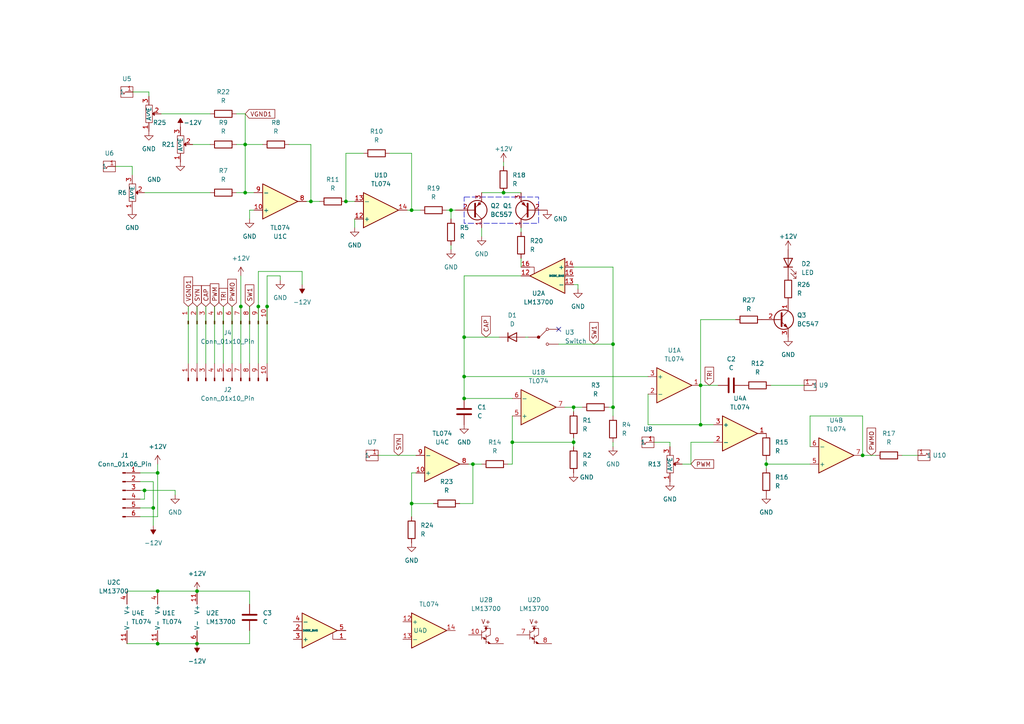
<source format=kicad_sch>
(kicad_sch (version 20231120) (generator "eeschema") (generator_version "8.0")
  (paper "A4")
  (lib_symbols
    (symbol "Amplifier_Operational:LM13700" (pin_names (offset 0.127))
      (property "Reference" "U" (at 3.81 5.08 0))
      (property "Value" "LM13700" (at 5.08 -5.08 0))
      (symbol "LM13700_1_1"
        (polyline (pts (xy 3.81 -0.635) (xy 3.81 -2.54) (xy 5.08 -2.54)))
        (polyline (pts (xy 5.08 0) (xy -5.08 -5.08) (xy -5.08 5.08) (xy 5.08 0)) (stroke (width 0.254)) (fill (type background)))
        (pin output line (at 7.62 0 180) (length 2.54) (name "~") (number "12"))
        (pin input line (at -7.62 2.54 0) (length 2.54) (name "-") (number "13"))
        (pin input line (at -7.62 -2.54 0) (length 2.54) (name "+") (number "14"))
        (pin input line (at -7.62 0 0) (length 2.54) (name "DIODE_BIAS") (number "15"))
        (pin input line (at 7.62 -2.54 180) (length 2.54) (name "~") (number "16"))
      )
      (symbol "LM13700_2_0"
        (polyline (pts (xy -1.905 2.54) (xy -3.175 2.54)))
      )
      (symbol "LM13700_2_1"
        (circle (center -2.54 1.905) (radius 0.254) (stroke (width 0.254)) (fill (type outline)))
        (polyline (pts (xy -3.81 -0.635) (xy -2.54 -1.27)))
        (polyline (pts (xy -3.81 1.27) (xy -3.81 -1.27)))
        (polyline (pts (xy -2.54 -1.905) (xy -1.27 -2.54)))
        (polyline (pts (xy -2.54 0) (xy -2.54 -2.54)))
        (polyline (pts (xy -3.81 0.635) (xy -2.54 1.27) (xy -2.54 1.905) (xy -2.54 2.54)))
        (polyline (pts (xy -2.54 -1.27) (xy -3.175 -0.635) (xy -3.175 -1.27) (xy -2.54 -1.27)) (fill (type outline)))
        (polyline (pts (xy -2.54 -0.635) (xy -1.27 0) (xy -1.27 1.905) (xy -2.54 1.905)))
        (polyline (pts (xy -1.27 -2.54) (xy -1.905 -1.905) (xy -1.905 -2.54) (xy -1.27 -2.54)) (fill (type outline)))
        (text "V+" (at -2.54 3.81 0) (effects (font (size 1.27 1.27))))
        (pin input line (at -7.62 0 0) (length 3.81) (name "~") (number "10"))
        (pin output line (at 2.54 -2.54 180) (length 3.81) (name "~") (number "9"))
      )
      (symbol "LM13700_3_1"
        (polyline (pts (xy 3.81 -0.635) (xy 3.81 -2.54) (xy 5.08 -2.54)))
        (polyline (pts (xy 5.08 0) (xy -5.08 -5.08) (xy -5.08 5.08) (xy 5.08 0)) (stroke (width 0.254)) (fill (type background)))
        (pin input line (at 7.62 -2.54 180) (length 2.54) (name "~") (number "1"))
        (pin input line (at -7.62 0 0) (length 2.54) (name "DIODE_BIAS") (number "2"))
        (pin input line (at -7.62 -2.54 0) (length 2.54) (name "+") (number "3"))
        (pin input line (at -7.62 2.54 0) (length 2.54) (name "-") (number "4"))
        (pin output line (at 7.62 0 180) (length 2.54) (name "~") (number "5"))
      )
      (symbol "LM13700_4_0"
        (polyline (pts (xy -3.175 2.54) (xy -1.905 2.54)))
        (text "V+" (at -2.54 3.81 0) (effects (font (size 1.27 1.27))))
      )
      (symbol "LM13700_4_1"
        (circle (center -2.54 1.905) (radius 0.254) (stroke (width 0.254)) (fill (type outline)))
        (polyline (pts (xy -3.81 -0.635) (xy -2.54 -1.27)))
        (polyline (pts (xy -3.81 1.27) (xy -3.81 -1.27)))
        (polyline (pts (xy -2.54 -1.905) (xy -1.27 -2.54)))
        (polyline (pts (xy -2.54 0) (xy -2.54 -2.54)))
        (polyline (pts (xy -3.81 0.635) (xy -2.54 1.27) (xy -2.54 2.54)))
        (polyline (pts (xy -2.54 -1.27) (xy -3.175 -0.635) (xy -3.175 -1.27) (xy -2.54 -1.27)) (fill (type outline)))
        (polyline (pts (xy -2.54 -0.635) (xy -1.27 0) (xy -1.27 1.905) (xy -2.54 1.905)))
        (polyline (pts (xy -1.27 -2.54) (xy -1.905 -1.905) (xy -1.905 -2.54) (xy -1.27 -2.54)) (fill (type outline)))
        (pin input line (at -7.62 0 0) (length 3.81) (name "~") (number "7"))
        (pin output line (at 2.54 -2.54 180) (length 3.81) (name "~") (number "8"))
      )
      (symbol "LM13700_5_1"
        (pin power_in line (at -2.54 7.62 270) (length 3.81) (name "V+") (number "11"))
        (pin power_in line (at -2.54 -7.62 90) (length 3.81) (name "V-") (number "6"))
      )
    )
    (symbol "Amplifier_Operational:TL074" (pin_names (offset 0.127))
      (property "Reference" "U" (at 0 5.08 0))
      (property "Value" "TL074" (at 0 -5.08 0))
      (symbol "TL074_1_1"
        (polyline (pts (xy -5.08 5.08) (xy 5.08 0) (xy -5.08 -5.08) (xy -5.08 5.08)) (stroke (width 0.254)) (fill (type background)))
        (pin output line (at 7.62 0 180) (length 2.54) (name "~") (number "1"))
        (pin input line (at -7.62 -2.54 0) (length 2.54) (name "-") (number "2"))
        (pin input line (at -7.62 2.54 0) (length 2.54) (name "+") (number "3"))
      )
      (symbol "TL074_2_1"
        (polyline (pts (xy -5.08 5.08) (xy 5.08 0) (xy -5.08 -5.08) (xy -5.08 5.08)) (stroke (width 0.254)) (fill (type background)))
        (pin input line (at -7.62 2.54 0) (length 2.54) (name "+") (number "5"))
        (pin input line (at -7.62 -2.54 0) (length 2.54) (name "-") (number "6"))
        (pin output line (at 7.62 0 180) (length 2.54) (name "~") (number "7"))
      )
      (symbol "TL074_3_1"
        (polyline (pts (xy -5.08 5.08) (xy 5.08 0) (xy -5.08 -5.08) (xy -5.08 5.08)) (stroke (width 0.254)) (fill (type background)))
        (pin input line (at -7.62 2.54 0) (length 2.54) (name "+") (number "10"))
        (pin output line (at 7.62 0 180) (length 2.54) (name "~") (number "8"))
        (pin input line (at -7.62 -2.54 0) (length 2.54) (name "-") (number "9"))
      )
      (symbol "TL074_4_1"
        (polyline (pts (xy -5.08 5.08) (xy 5.08 0) (xy -5.08 -5.08) (xy -5.08 5.08)) (stroke (width 0.254)) (fill (type background)))
        (pin input line (at -7.62 2.54 0) (length 2.54) (name "+") (number "12"))
        (pin input line (at -7.62 -2.54 0) (length 2.54) (name "-") (number "13"))
        (pin output line (at 7.62 0 180) (length 2.54) (name "~") (number "14"))
      )
      (symbol "TL074_5_1"
        (pin power_in line (at -2.54 -7.62 90) (length 3.81) (name "V-") (number "11"))
        (pin power_in line (at -2.54 7.62 270) (length 3.81) (name "V+") (number "4"))
      )
    )
    (symbol "Connector:Conn_01x06_Pin" (pin_names (offset 1.016) hide)
      (property "Reference" "J" (at 0 7.62 0))
      (property "Value" "Conn_01x06_Pin" (at 0 -10.16 0))
      (symbol "Conn_01x06_Pin_1_1"
        (polyline (pts (xy 1.27 -7.62) (xy 0.8636 -7.62)) (stroke (width 0.1524)))
        (polyline (pts (xy 1.27 -5.08) (xy 0.8636 -5.08)) (stroke (width 0.1524)))
        (polyline (pts (xy 1.27 -2.54) (xy 0.8636 -2.54)) (stroke (width 0.1524)))
        (polyline (pts (xy 1.27 0) (xy 0.8636 0)) (stroke (width 0.1524)))
        (polyline (pts (xy 1.27 2.54) (xy 0.8636 2.54)) (stroke (width 0.1524)))
        (polyline (pts (xy 1.27 5.08) (xy 0.8636 5.08)) (stroke (width 0.1524)))
        (rectangle (start 0.8636 -7.493) (end 0 -7.747) (stroke (width 0.1524)) (fill (type outline)))
        (rectangle (start 0.8636 -4.953) (end 0 -5.207) (stroke (width 0.1524)) (fill (type outline)))
        (rectangle (start 0.8636 -2.413) (end 0 -2.667) (stroke (width 0.1524)) (fill (type outline)))
        (rectangle (start 0.8636 0.127) (end 0 -0.127) (stroke (width 0.1524)) (fill (type outline)))
        (rectangle (start 0.8636 2.667) (end 0 2.413) (stroke (width 0.1524)) (fill (type outline)))
        (rectangle (start 0.8636 5.207) (end 0 4.953) (stroke (width 0.1524)) (fill (type outline)))
        (pin passive line (at 5.08 5.08 180) (length 3.81) (name "Pin_1") (number "1"))
        (pin passive line (at 5.08 2.54 180) (length 3.81) (name "Pin_2") (number "2"))
        (pin passive line (at 5.08 0 180) (length 3.81) (name "Pin_3") (number "3"))
        (pin passive line (at 5.08 -2.54 180) (length 3.81) (name "Pin_4") (number "4"))
        (pin passive line (at 5.08 -5.08 180) (length 3.81) (name "Pin_5") (number "5"))
        (pin passive line (at 5.08 -7.62 180) (length 3.81) (name "Pin_6") (number "6"))
      )
    )
    (symbol "Connector:Conn_01x10_Pin" (pin_names (offset 1.016) hide)
      (property "Reference" "J" (at 0 12.7 0))
      (property "Value" "Conn_01x10_Pin" (at 0 -15.24 0))
      (symbol "Conn_01x10_Pin_1_1"
        (polyline (pts (xy 1.27 -12.7) (xy 0.8636 -12.7)) (stroke (width 0.1524)))
        (polyline (pts (xy 1.27 -10.16) (xy 0.8636 -10.16)) (stroke (width 0.1524)))
        (polyline (pts (xy 1.27 -7.62) (xy 0.8636 -7.62)) (stroke (width 0.1524)))
        (polyline (pts (xy 1.27 -5.08) (xy 0.8636 -5.08)) (stroke (width 0.1524)))
        (polyline (pts (xy 1.27 -2.54) (xy 0.8636 -2.54)) (stroke (width 0.1524)))
        (polyline (pts (xy 1.27 0) (xy 0.8636 0)) (stroke (width 0.1524)))
        (polyline (pts (xy 1.27 2.54) (xy 0.8636 2.54)) (stroke (width 0.1524)))
        (polyline (pts (xy 1.27 5.08) (xy 0.8636 5.08)) (stroke (width 0.1524)))
        (polyline (pts (xy 1.27 7.62) (xy 0.8636 7.62)) (stroke (width 0.1524)))
        (polyline (pts (xy 1.27 10.16) (xy 0.8636 10.16)) (stroke (width 0.1524)))
        (rectangle (start 0.8636 -12.573) (end 0 -12.827) (stroke (width 0.1524)) (fill (type outline)))
        (rectangle (start 0.8636 -10.033) (end 0 -10.287) (stroke (width 0.1524)) (fill (type outline)))
        (rectangle (start 0.8636 -7.493) (end 0 -7.747) (stroke (width 0.1524)) (fill (type outline)))
        (rectangle (start 0.8636 -4.953) (end 0 -5.207) (stroke (width 0.1524)) (fill (type outline)))
        (rectangle (start 0.8636 -2.413) (end 0 -2.667) (stroke (width 0.1524)) (fill (type outline)))
        (rectangle (start 0.8636 0.127) (end 0 -0.127) (stroke (width 0.1524)) (fill (type outline)))
        (rectangle (start 0.8636 2.667) (end 0 2.413) (stroke (width 0.1524)) (fill (type outline)))
        (rectangle (start 0.8636 5.207) (end 0 4.953) (stroke (width 0.1524)) (fill (type outline)))
        (rectangle (start 0.8636 7.747) (end 0 7.493) (stroke (width 0.1524)) (fill (type outline)))
        (rectangle (start 0.8636 10.287) (end 0 10.033) (stroke (width 0.1524)) (fill (type outline)))
        (pin passive line (at 5.08 10.16 180) (length 3.81) (name "Pin_1") (number "1"))
        (pin passive line (at 5.08 -12.7 180) (length 3.81) (name "Pin_10") (number "10"))
        (pin passive line (at 5.08 7.62 180) (length 3.81) (name "Pin_2") (number "2"))
        (pin passive line (at 5.08 5.08 180) (length 3.81) (name "Pin_3") (number "3"))
        (pin passive line (at 5.08 2.54 180) (length 3.81) (name "Pin_4") (number "4"))
        (pin passive line (at 5.08 0 180) (length 3.81) (name "Pin_5") (number "5"))
        (pin passive line (at 5.08 -2.54 180) (length 3.81) (name "Pin_6") (number "6"))
        (pin passive line (at 5.08 -5.08 180) (length 3.81) (name "Pin_7") (number "7"))
        (pin passive line (at 5.08 -7.62 180) (length 3.81) (name "Pin_8") (number "8"))
        (pin passive line (at 5.08 -10.16 180) (length 3.81) (name "Pin_9") (number "9"))
      )
    )
    (symbol "Device:C" (pin_numbers hide) (pin_names (offset 0.254))
      (property "Reference" "C" (at 0.635 2.54 0))
      (property "Value" "C" (at 0.635 -2.54 0))
      (symbol "C_0_1"
        (polyline (pts (xy -2.032 -0.762) (xy 2.032 -0.762)) (stroke (width 0.508)))
        (polyline (pts (xy -2.032 0.762) (xy 2.032 0.762)) (stroke (width 0.508)))
      )
      (symbol "C_1_1"
        (pin passive line (at 0 3.81 270) (length 2.794) (name "~") (number "1"))
        (pin passive line (at 0 -3.81 90) (length 2.794) (name "~") (number "2"))
      )
    )
    (symbol "Device:D" (pin_numbers hide) (pin_names (offset 1.016) hide)
      (property "Reference" "D" (at 0 2.54 0))
      (property "Value" "D" (at 0 -2.54 0))
      (symbol "D_0_1"
        (polyline (pts (xy -1.27 1.27) (xy -1.27 -1.27)) (stroke (width 0.254)))
        (polyline (pts (xy 1.27 0) (xy -1.27 0)))
        (polyline (pts (xy 1.27 1.27) (xy 1.27 -1.27) (xy -1.27 0) (xy 1.27 1.27)) (stroke (width 0.254)))
      )
      (symbol "D_1_1"
        (pin passive line (at -3.81 0 0) (length 2.54) (name "K") (number "1"))
        (pin passive line (at 3.81 0 180) (length 2.54) (name "A") (number "2"))
      )
    )
    (symbol "Device:LED" (pin_numbers hide) (pin_names (offset 1.016) hide)
      (property "Reference" "D" (at 0 2.54 0))
      (property "Value" "LED" (at 0 -2.54 0))
      (symbol "LED_0_1"
        (polyline (pts (xy -1.27 -1.27) (xy -1.27 1.27)) (stroke (width 0.254)))
        (polyline (pts (xy -1.27 0) (xy 1.27 0)))
        (polyline (pts (xy 1.27 -1.27) (xy 1.27 1.27) (xy -1.27 0) (xy 1.27 -1.27)) (stroke (width 0.254)))
        (polyline (pts (xy -3.048 -0.762) (xy -4.572 -2.286) (xy -3.81 -2.286) (xy -4.572 -2.286) (xy -4.572 -1.524)))
        (polyline (pts (xy -1.778 -0.762) (xy -3.302 -2.286) (xy -2.54 -2.286) (xy -3.302 -2.286) (xy -3.302 -1.524)))
      )
      (symbol "LED_1_1"
        (pin passive line (at -3.81 0 0) (length 2.54) (name "K") (number "1"))
        (pin passive line (at 3.81 0 180) (length 2.54) (name "A") (number "2"))
      )
    )
    (symbol "Device:R" (pin_numbers hide) (pin_names (offset 0))
      (property "Reference" "R" (at 2.032 0 90))
      (property "Value" "R" (at 0 0 90))
      (symbol "R_0_1"
        (rectangle (start -1.016 -2.54) (end 1.016 2.54) (stroke (width 0.254)))
      )
      (symbol "R_1_1"
        (pin passive line (at 0 3.81 270) (length 1.27) (name "~") (number "1"))
        (pin passive line (at 0 -3.81 90) (length 1.27) (name "~") (number "2"))
      )
    )
    (symbol "HEJ:AlpsPot"
      (property "Reference" "R" (at -6.35 2.54 0))
      (symbol "AlpsPot_0_1"
        (rectangle (start -4.445 3.81) (end -2.54 -1.27))
        (polyline (pts (xy -2.54 1.27) (xy -1.9454 1.8617) (xy -1.9454 0.7452) (xy -2.54 1.27) (xy -2.0208 0.9713) (xy -2.0543 1.6216) (xy -2.3418 1.2923) (xy -2.1548 1.1611) (xy -2.1548 1.3844) (xy -2.54 1.27)))
      )
      (symbol "AlpsPot_1_1"
        (pin passive line (at -3.556 -3.81 90) (length 2.54) (name "A") (number "1"))
        (pin passive line (at 0 1.27 180) (length 2.54) (name "S") (number "2"))
        (pin passive line (at -3.556 6.35 270) (length 2.54) (name "E") (number "3"))
        (pin no_connect line (at -11.684 0 270) (length 2.54) hide (name "NC") (number "4"))
        (pin no_connect line (at -13.716 0 270) (length 2.54) hide (name "NC") (number "5"))
        (pin no_connect line (at -16.002 0 270) (length 2.54) hide (name "NC") (number "6"))
      )
    )
    (symbol "HEJ:Aux_flush"
      (property "Reference" "U" (at -0.0508 5.3848 0))
      (symbol "Aux_flush_0_1"
        (rectangle (start -1.778 1.524) (end 1.7272 -1.5748))
        (polyline (pts (xy -1.2192 0.0508) (xy -0.8636 -0.6604) (xy -0.5588 0) (xy 1.6764 0)))
      )
      (symbol "Aux_flush_1_1"
        (pin bidirectional line (at 1.7272 0 180) (length 2) (name "1") (number "1"))
      )
    )
    (symbol "HEJ:Switch"
      (property "Reference" "U" (at 0 4.318 0))
      (property "Value" "Switch" (at 0 -6.096 0))
      (symbol "Switch_0_1"
        (polyline (pts (xy 0 0) (xy -3.048 0)))
        (polyline (pts (xy 0.254 0) (xy 2.286 2.032)))
        (polyline (pts (xy 3.048 -2.032) (xy 5.842 -2.032)))
        (polyline (pts (xy 3.048 2.286) (xy 5.842 2.286)))
        (circle (center 0 0) (radius 0.3965) (fill (type outline)))
        (circle (center 2.54 -2.032) (radius 0.3592))
        (circle (center 2.54 2.286) (radius 0.3592))
      )
      (symbol "Switch_1_1"
        (pin input line (at 5.842 2.286 180) (length 2.54) hide (name "1") (number "1"))
        (pin input line (at -3.048 0 0) (length 2.54) hide (name "2") (number "2"))
        (pin input line (at 5.842 -2.032 180) (length 2.54) hide (name "3") (number "3"))
      )
    )
    (symbol "Transistor_BJT:BC547" (pin_names (offset 0) hide)
      (property "Reference" "Q" (at 5.08 1.905 0))
      (property "Value" "BC547" (at 5.08 0 0))
      (symbol "BC547_0_1"
        (polyline (pts (xy 0 0) (xy 0.635 0)))
        (polyline (pts (xy 0.635 0.635) (xy 2.54 2.54)))
        (polyline (pts (xy 0.635 -0.635) (xy 2.54 -2.54) (xy 2.54 -2.54)))
        (polyline (pts (xy 0.635 1.905) (xy 0.635 -1.905) (xy 0.635 -1.905)) (stroke (width 0.508)))
        (polyline (pts (xy 1.27 -1.778) (xy 1.778 -1.27) (xy 2.286 -2.286) (xy 1.27 -1.778) (xy 1.27 -1.778)) (fill (type outline)))
        (circle (center 1.27 0) (radius 2.8194) (stroke (width 0.254)))
      )
      (symbol "BC547_1_1"
        (pin passive line (at 2.54 5.08 270) (length 2.54) (name "C") (number "1"))
        (pin input line (at -5.08 0 0) (length 5.08) (name "B") (number "2"))
        (pin passive line (at 2.54 -5.08 90) (length 2.54) (name "E") (number "3"))
      )
    )
    (symbol "Transistor_BJT:BC557" (pin_names (offset 0) hide)
      (property "Reference" "Q" (at 5.08 1.905 0))
      (property "Value" "BC557" (at 5.08 0 0))
      (symbol "BC557_0_1"
        (polyline (pts (xy 0.635 0.635) (xy 2.54 2.54)))
        (polyline (pts (xy 0.635 -0.635) (xy 2.54 -2.54) (xy 2.54 -2.54)))
        (polyline (pts (xy 0.635 1.905) (xy 0.635 -1.905) (xy 0.635 -1.905)) (stroke (width 0.508)))
        (polyline (pts (xy 2.286 -1.778) (xy 1.778 -2.286) (xy 1.27 -1.27) (xy 2.286 -1.778) (xy 2.286 -1.778)) (fill (type outline)))
        (circle (center 1.27 0) (radius 2.8194) (stroke (width 0.254)))
      )
      (symbol "BC557_1_1"
        (pin passive line (at 2.54 5.08 270) (length 2.54) (name "C") (number "1"))
        (pin input line (at -5.08 0 0) (length 5.715) (name "B") (number "2"))
        (pin passive line (at 2.54 -5.08 90) (length 2.54) (name "E") (number "3"))
      )
    )
    (symbol "power:+12V" (power) (pin_names (offset 0))
      (property "Value" "+12V" (at 0 3.556 0))
      (symbol "+12V_0_1"
        (polyline (pts (xy -0.762 1.27) (xy 0 2.54)))
        (polyline (pts (xy 0 0) (xy 0 2.54)))
        (polyline (pts (xy 0 2.54) (xy 0.762 1.27)))
      )
      (symbol "+12V_1_1"
        (pin power_in line (at 0 0 90) (length 0) hide (name "+12V") (number "1"))
      )
    )
    (symbol "power:-12V" (power) (pin_names (offset 0))
      (property "Value" "-12V" (at 0 3.81 0))
      (symbol "-12V_0_0"
        (pin power_in line (at 0 0 90) (length 0) hide (name "-12V") (number "1"))
      )
      (symbol "-12V_0_1"
        (polyline (pts (xy 0 0) (xy 0 1.27) (xy 0.762 1.27) (xy 0 2.54) (xy -0.762 1.27) (xy 0 1.27)) (fill (type outline)))
      )
    )
    (symbol "power:GND" (power) (pin_names (offset 0))
      (property "Value" "GND" (at 0 -3.81 0))
      (symbol "GND_0_1"
        (polyline (pts (xy 0 0) (xy 0 -1.27) (xy 1.27 -1.27) (xy 0 -2.54) (xy -1.27 -1.27) (xy 0 -1.27)))
      )
      (symbol "GND_1_1"
        (pin power_in line (at 0 0 270) (length 0) hide (name "GND") (number "1"))
      )
    )
  )
  (junction (at 57.15 171.45))
  (junction (at 134.62 115.57))
  (junction (at 100.33 58.42))
  (junction (at 77.47 88.9))
  (junction (at 90.17 58.42))
  (junction (at 71.12 41.91))
  (junction (at 203.2 123.19))
  (junction (at 119.38 60.96))
  (junction (at 166.37 128.27))
  (junction (at 222.25 134.62))
  (junction (at 130.81 60.96))
  (junction (at 41.91 142.24))
  (junction (at 203.2 111.76))
  (junction (at 148.59 128.27))
  (junction (at 134.62 97.79))
  (junction (at 134.62 109.22))
  (junction (at 45.72 137.16))
  (junction (at 71.12 55.88))
  (junction (at 166.37 118.11))
  (junction (at 69.85 88.9))
  (junction (at 137.16 134.62))
  (junction (at 74.93 88.9))
  (junction (at 177.8 118.11))
  (junction (at 250.19 132.08))
  (junction (at 45.72 171.45))
  (junction (at 57.15 186.69))
  (junction (at 45.72 186.69))
  (junction (at 119.38 146.05))
  (junction (at 44.45 147.32))
  (junction (at 146.05 55.88))
  (junction (at 177.8 99.822))
  (no_connect (at 162.052 95.504))
  (wire (pts (xy 72.39 60.96) (xy 73.66 60.96)))
  (wire (pts (xy 166.37 127) (xy 166.37 128.27)))
  (wire (pts (xy 33.4772 48.26) (xy 38.354 48.26)))
  (wire (pts (xy 40.64 149.86) (xy 45.72 149.86)))
  (wire (pts (xy 59.69 88.9) (xy 59.69 105.41)))
  (wire (pts (xy 87.63 82.55) (xy 87.63 78.74)))
  (wire (pts (xy 133.35 146.05) (xy 137.16 146.05)))
  (wire (pts (xy 177.8 77.47) (xy 177.8 99.822)))
  (wire (pts (xy 152.4 97.79) (xy 153.162 97.79)))
  (wire (pts (xy 119.38 149.86) (xy 119.38 146.05)))
  (wire (pts (xy 151.13 80.01) (xy 134.62 80.01)))
  (wire (pts (xy 151.13 67.31) (xy 151.13 66.04)))
  (wire (pts (xy 135.89 134.62) (xy 137.16 134.62)))
  (wire (pts (xy 137.16 146.05) (xy 137.16 134.62)))
  (wire (pts (xy 43.18 27.94) (xy 43.18 26.67)))
  (wire (pts (xy 109.6772 132.08) (xy 120.65 132.08)))
  (wire (pts (xy 54.61 88.9) (xy 54.61 105.41)))
  (wire (pts (xy 44.45 139.7) (xy 44.45 147.32)))
  (wire (pts (xy 177.8 77.47) (xy 166.37 77.47)))
  (wire (pts (xy 41.91 55.88) (xy 60.96 55.88)))
  (wire (pts (xy 41.91 142.24) (xy 40.64 142.24)))
  (wire (pts (xy 147.32 134.62) (xy 148.59 134.62)))
  (wire (pts (xy 41.91 144.78) (xy 41.91 142.24)))
  (wire (pts (xy 148.59 128.27) (xy 148.59 120.65)))
  (wire (pts (xy 46.736 33.02) (xy 60.96 33.02)))
  (wire (pts (xy 167.64 83.82) (xy 167.64 82.55)))
  (wire (pts (xy 72.39 182.88) (xy 72.39 186.69)))
  (wire (pts (xy 72.39 171.45) (xy 72.39 175.26)))
  (wire (pts (xy 177.8 118.11) (xy 177.8 120.65)))
  (wire (pts (xy 57.15 171.45) (xy 72.39 171.45)))
  (wire (pts (xy 57.15 88.9) (xy 57.15 105.41)))
  (wire (pts (xy 203.2 111.76) (xy 203.2 92.71)))
  (wire (pts (xy 200.406 128.27) (xy 207.01 128.27)))
  (wire (pts (xy 45.72 134.62) (xy 45.72 137.16)))
  (wire (pts (xy 139.7 68.58) (xy 139.7 66.04)))
  (wire (pts (xy 223.52 111.76) (xy 233.2228 111.76)))
  (wire (pts (xy 45.72 149.86) (xy 45.72 137.16)))
  (wire (pts (xy 45.72 186.69) (xy 57.15 186.69)))
  (wire (pts (xy 72.39 63.5) (xy 72.39 60.96)))
  (wire (pts (xy 41.91 142.24) (xy 50.8 142.24)))
  (wire (pts (xy 72.39 88.9) (xy 72.39 105.41)))
  (wire (pts (xy 68.58 41.91) (xy 71.12 41.91)))
  (wire (pts (xy 55.88 41.91) (xy 60.96 41.91)))
  (wire (pts (xy 200.406 134.62) (xy 200.406 128.27)))
  (wire (pts (xy 166.37 118.11) (xy 166.37 119.38)))
  (wire (pts (xy 166.37 128.27) (xy 148.59 128.27)))
  (wire (pts (xy 57.15 171.45) (xy 45.72 171.45)))
  (wire (pts (xy 162.052 99.822) (xy 177.8 99.822)))
  (wire (pts (xy 130.81 60.96) (xy 132.08 60.96)))
  (wire (pts (xy 71.12 33.02) (xy 71.12 41.91)))
  (wire (pts (xy 146.05 46.99) (xy 146.05 48.26)))
  (wire (pts (xy 222.25 133.35) (xy 222.25 134.62)))
  (wire (pts (xy 71.12 55.88) (xy 73.66 55.88)))
  (wire (pts (xy 134.62 115.57) (xy 148.59 115.57)))
  (wire (pts (xy 234.95 120.65) (xy 250.19 120.65)))
  (wire (pts (xy 77.47 88.9) (xy 77.47 105.41)))
  (wire (pts (xy 44.45 147.32) (xy 44.45 152.4)))
  (wire (pts (xy 187.96 123.19) (xy 203.2 123.19)))
  (wire (pts (xy 71.12 41.91) (xy 76.2 41.91)))
  (wire (pts (xy 68.58 33.02) (xy 71.12 33.02)))
  (wire (pts (xy 83.82 41.91) (xy 90.17 41.91)))
  (wire (pts (xy 71.12 55.88) (xy 71.12 41.91)))
  (wire (pts (xy 67.31 88.9) (xy 67.31 105.41)))
  (wire (pts (xy 254 132.08) (xy 250.19 132.08)))
  (wire (pts (xy 68.58 55.88) (xy 71.12 55.88)))
  (wire (pts (xy 134.62 80.01) (xy 134.62 97.79)))
  (wire (pts (xy 167.64 82.55) (xy 166.37 82.55)))
  (wire (pts (xy 194.31 129.54) (xy 194.31 128.27)))
  (wire (pts (xy 113.03 44.45) (xy 119.38 44.45)))
  (wire (pts (xy 177.8 99.822) (xy 177.8 118.11)))
  (wire (pts (xy 43.18 26.67) (xy 38.5572 26.67)))
  (wire (pts (xy 64.77 88.9) (xy 64.77 105.41)))
  (wire (pts (xy 100.33 44.45) (xy 105.41 44.45)))
  (wire (pts (xy 203.2 123.19) (xy 203.2 111.76)))
  (wire (pts (xy 45.72 171.45) (xy 36.83 171.45)))
  (wire (pts (xy 166.37 118.11) (xy 168.91 118.11)))
  (wire (pts (xy 148.59 134.62) (xy 148.59 128.27)))
  (wire (pts (xy 50.8 142.24) (xy 50.8 143.51)))
  (wire (pts (xy 134.62 97.79) (xy 134.62 109.22)))
  (wire (pts (xy 100.33 58.42) (xy 102.87 58.42)))
  (wire (pts (xy 69.85 80.01) (xy 69.85 88.9)))
  (wire (pts (xy 177.8 118.11) (xy 176.53 118.11)))
  (wire (pts (xy 102.87 66.04) (xy 102.87 63.5)))
  (wire (pts (xy 250.19 120.65) (xy 250.19 132.08)))
  (wire (pts (xy 119.38 146.05) (xy 125.73 146.05)))
  (wire (pts (xy 40.64 144.78) (xy 41.91 144.78)))
  (wire (pts (xy 203.2 111.76) (xy 208.28 111.76)))
  (wire (pts (xy 92.71 58.42) (xy 90.17 58.42)))
  (wire (pts (xy 77.47 80.01) (xy 77.47 88.9)))
  (wire (pts (xy 134.62 109.22) (xy 134.62 115.57)))
  (wire (pts (xy 163.83 118.11) (xy 166.37 118.11)))
  (wire (pts (xy 36.83 186.69) (xy 45.72 186.69)))
  (wire (pts (xy 72.39 186.69) (xy 57.15 186.69)))
  (wire (pts (xy 177.8 128.27) (xy 177.8 129.54)))
  (wire (pts (xy 90.17 41.91) (xy 90.17 58.42)))
  (wire (pts (xy 100.33 58.42) (xy 100.33 44.45)))
  (wire (pts (xy 137.16 134.62) (xy 139.7 134.62)))
  (wire (pts (xy 119.38 44.45) (xy 119.38 60.96)))
  (wire (pts (xy 146.05 55.88) (xy 151.13 55.88)))
  (wire (pts (xy 130.81 60.96) (xy 129.54 60.96)))
  (wire (pts (xy 222.25 134.62) (xy 222.25 135.89)))
  (wire (pts (xy 77.47 80.01) (xy 81.28 80.01)))
  (wire (pts (xy 130.81 71.12) (xy 130.81 72.39)))
  (wire (pts (xy 69.85 88.9) (xy 69.85 105.41)))
  (wire (pts (xy 44.45 147.32) (xy 40.64 147.32)))
  (wire (pts (xy 119.38 146.05) (xy 119.38 137.16)))
  (wire (pts (xy 197.866 134.62) (xy 200.406 134.62)))
  (wire (pts (xy 234.95 129.54) (xy 234.95 120.65)))
  (wire (pts (xy 40.64 139.7) (xy 44.45 139.7)))
  (wire (pts (xy 38.354 48.26) (xy 38.354 50.8)))
  (wire (pts (xy 119.38 60.96) (xy 121.92 60.96)))
  (wire (pts (xy 74.93 78.74) (xy 74.93 88.9)))
  (wire (pts (xy 194.31 128.27) (xy 189.6872 128.27)))
  (wire (pts (xy 45.72 137.16) (xy 40.64 137.16)))
  (wire (pts (xy 90.17 58.42) (xy 88.9 58.42)))
  (wire (pts (xy 187.96 114.3) (xy 187.96 123.19)))
  (wire (pts (xy 261.62 132.08) (xy 266.2428 132.08)))
  (wire (pts (xy 151.13 74.93) (xy 151.13 77.47)))
  (wire (pts (xy 118.11 60.96) (xy 119.38 60.96)))
  (wire (pts (xy 203.2 123.19) (xy 207.01 123.19)))
  (wire (pts (xy 144.78 97.79) (xy 134.62 97.79)))
  (wire (pts (xy 139.7 55.88) (xy 146.05 55.88)))
  (wire (pts (xy 119.38 137.16) (xy 120.65 137.16)))
  (wire (pts (xy 134.62 109.22) (xy 187.96 109.22)))
  (wire (pts (xy 203.2 92.71) (xy 213.36 92.71)))
  (wire (pts (xy 87.63 78.74) (xy 74.93 78.74)))
  (wire (pts (xy 166.37 128.27) (xy 166.37 129.54)))
  (wire (pts (xy 222.25 134.62) (xy 234.95 134.62)))
  (wire (pts (xy 62.23 88.9) (xy 62.23 105.41)))
  (wire (pts (xy 130.81 60.96) (xy 130.81 63.5)))
  (wire (pts (xy 74.93 88.9) (xy 74.93 105.41)))
  (wire (pts (xy 81.28 80.01) (xy 81.28 81.28)))
  (rectangle (start 134.62 57.15) (end 156.21 64.77) (stroke (width 0) (type dash)))
  (global_label "CAP" (shape input) (at 59.69 88.9 90) (property "Intersheetrefs" "${INTERSHEET_REFS}" (effects (hide yes))))
  (global_label "CAP" (shape input) (at 140.97 97.79 90) (property "Intersheetrefs" "${INTERSHEET_REFS}" (effects (hide yes))))
  (global_label "TRI" (shape input) (at 64.77 88.9 90) (property "Intersheetrefs" "${INTERSHEET_REFS}" (effects (hide yes))))
  (global_label "PWM" (shape input) (at 62.23 88.9 90) (property "Intersheetrefs" "${INTERSHEET_REFS}" (effects (hide yes))))
  (global_label "SW1" (shape input) (at 72.39 88.9 90) (property "Intersheetrefs" "${INTERSHEET_REFS}" (effects (hide yes))))
  (global_label "VGND1" (shape input) (at 54.61 88.9 90) (property "Intersheetrefs" "${INTERSHEET_REFS}" (effects (hide yes))))
  (global_label "PWM" (shape input) (at 200.406 134.5956 0) (property "Intersheetrefs" "${INTERSHEET_REFS}" (effects (hide yes))))
  (global_label "SW1" (shape input) (at 172.2696 99.822 90) (property "Intersheetrefs" "${INTERSHEET_REFS}" (effects (hide yes))))
  (global_label "VGND1" (shape input) (at 71.12 33.02 0) (property "Intersheetrefs" "${INTERSHEET_REFS}" (effects (hide yes))))
  (global_label "PWMO" (shape input) (at 252.73 132.08 90) (property "Intersheetrefs" "${INTERSHEET_REFS}" (effects (hide yes))))
  (global_label "PWMO" (shape input) (at 67.31 88.9 90) (property "Intersheetrefs" "${INTERSHEET_REFS}" (effects (hide yes))))
  (global_label "SYN" (shape input) (at 57.15 88.9 90) (property "Intersheetrefs" "${INTERSHEET_REFS}" (effects (hide yes))))
  (global_label "TRI" (shape input) (at 205.74 111.76 90) (property "Intersheetrefs" "${INTERSHEET_REFS}" (effects (hide yes))))
  (global_label "SYN" (shape input) (at 115.57 132.08 90) (property "Intersheetrefs" "${INTERSHEET_REFS}" (effects (hide yes))))
  (symbol (lib_id "Device:R") (at 151.13 71.12 0) (unit 1)
    (property "Reference" "R20" (at 153.67 69.85 0) (effects (justify left)))
    (property "Value" "R" (at 153.67 72.39 0) (effects (justify left)))
    (property "Footprint" "Resistor_THT:R_Axial_DIN0207_L6.3mm_D2.5mm_P10.16mm_Horizontal" (effects (hide yes)))
  )
  (symbol (lib_id "Amplifier_Operational:TL074") (at 81.28 58.42 0) (mirror x) (unit 3)
    (property "Reference" "U1" (at 81.28 68.58 0))
    (property "Value" "TL074" (at 81.28 66.04 0))
    (property "Footprint" "Package_DIP:DIP-14_W7.62mm_Socket" (effects (hide yes)))
    (property "Datasheet" "http://www.ti.com/lit/ds/symlink/tl071.pdf" (effects (hide yes)))
  )
  (symbol (lib_id "Device:R") (at 177.8 124.46 180) (unit 1)
    (property "Reference" "R4" (at 180.34 123.19 0) (effects (justify right)))
    (property "Value" "R" (at 180.34 125.73 0) (effects (justify right)))
    (property "Footprint" "Resistor_THT:R_Axial_DIN0207_L6.3mm_D2.5mm_P10.16mm_Horizontal" (effects (hide yes)))
  )
  (symbol (lib_id "power:GND") (at 194.31 139.7 0) (unit 1)
    (property "Reference" "#PWR012" (effects (hide yes)))
    (property "Value" "GND" (at 194.31 144.78 0))
  )
  (symbol (lib_id "Amplifier_Operational:LM13700") (at 143.51 184.15 0) (unit 2)
    (property "Reference" "U2" (at 140.97 173.99 0))
    (property "Value" "LM13700" (at 140.97 176.53 0))
    (property "Footprint" "Package_DIP:DIP-16_W7.62mm_Socket" (effects (hide yes)))
    (property "Datasheet" "http://www.ti.com/lit/ds/symlink/lm13700.pdf" (effects (hide yes)))
  )
  (symbol (lib_id "power:GND") (at 43.18 38.1 0) (unit 1)
    (property "Reference" "#PWR025" (effects (hide yes)))
    (property "Value" "GND" (at 43.18 43.18 0))
  )
  (symbol (lib_id "Amplifier_Operational:TL074") (at 242.57 132.08 0) (mirror x) (unit 2)
    (property "Reference" "U4" (at 242.57 121.92 0))
    (property "Value" "TL074" (at 242.57 124.46 0))
    (property "Footprint" "Package_DIP:DIP-14_W7.62mm_Socket" (effects (hide yes)))
    (property "Datasheet" "http://www.ti.com/lit/ds/symlink/tl071.pdf" (effects (hide yes)))
  )
  (symbol (lib_id "Device:R") (at 219.71 111.76 270) (unit 1)
    (property "Reference" "R12" (at 219.71 105.41 90))
    (property "Value" "R" (at 219.71 107.95 90))
    (property "Footprint" "Resistor_THT:R_Axial_DIN0207_L6.3mm_D2.5mm_P10.16mm_Horizontal" (effects (hide yes)))
  )
  (symbol (lib_id "Device:R") (at 64.77 55.88 270) (unit 1)
    (property "Reference" "R7" (at 64.77 49.53 90))
    (property "Value" "R" (at 64.77 52.07 90))
    (property "Footprint" "Resistor_THT:R_Axial_DIN0207_L6.3mm_D2.5mm_P10.16mm_Horizontal" (effects (hide yes)))
  )
  (symbol (lib_id "power:GND") (at 119.38 157.48 0) (unit 1)
    (property "Reference" "#PWR013" (effects (hide yes)))
    (property "Value" "GND" (at 119.38 162.56 0))
  )
  (symbol (lib_id "Connector:Conn_01x10_Pin") (at 64.77 110.49 90) (unit 1)
    (property "Reference" "J2" (at 66.04 113.03 90))
    (property "Value" "Conn_01x10_Pin" (at 66.04 115.57 90))
    (property "Footprint" "Connector_PinHeader_2.54mm:PinHeader_1x10_P2.54mm_Vertical" (effects (hide yes)))
  )
  (symbol (lib_id "HEJ:Aux_flush") (at 187.96 128.27 0) (unit 1)
    (property "Reference" "U8" (at 187.9346 124.46 0))
    (property "Value" "Aux_flush" (effects (hide yes)))
    (property "Footprint" "Library:3mm5 Mono Aux" (effects (hide yes)))
  )
  (symbol (lib_id "Amplifier_Operational:TL074") (at 195.58 111.76 0) (unit 1)
    (property "Reference" "U1" (at 195.58 101.6 0))
    (property "Value" "TL074" (at 195.58 104.14 0))
    (property "Footprint" "Package_DIP:DIP-14_W7.62mm_Socket" (effects (hide yes)))
    (property "Datasheet" "http://www.ti.com/lit/ds/symlink/tl071.pdf" (effects (hide yes)))
  )
  (symbol (lib_id "power:GND") (at 72.39 63.5 0) (unit 1)
    (property "Reference" "#PWR010" (effects (hide yes)))
    (property "Value" "GND" (at 72.39 68.58 0))
  )
  (symbol (lib_id "power:-12V") (at 44.45 152.4 180) (unit 1)
    (property "Reference" "#PWR03" (effects (hide yes)))
    (property "Value" "-12V" (at 44.45 157.48 0))
  )
  (symbol (lib_id "Device:R") (at 166.37 123.19 180) (unit 1)
    (property "Reference" "R1" (at 168.91 121.92 0) (effects (justify right)))
    (property "Value" "R" (at 168.91 124.46 0) (effects (justify right)))
    (property "Footprint" "Resistor_THT:R_Axial_DIN0207_L6.3mm_D2.5mm_P10.16mm_Horizontal" (effects (hide yes)))
  )
  (symbol (lib_id "Amplifier_Operational:TL074") (at 124.46 182.88 0) (unit 4)
    (property "Reference" "U4" (at 121.92 182.88 0))
    (property "Value" "TL074" (at 124.46 175.26 0))
    (property "Footprint" "Package_DIP:DIP-14_W7.62mm_Socket" (effects (hide yes)))
    (property "Datasheet" "http://www.ti.com/lit/ds/symlink/tl071.pdf" (effects (hide yes)))
  )
  (symbol (lib_id "power:+12V") (at 228.6 72.39 0) (unit 1)
    (property "Reference" "#PWR027" (effects (hide yes)))
    (property "Value" "+12V" (at 228.6 68.58 0))
  )
  (symbol (lib_id "power:GND") (at 222.25 143.51 0) (unit 1)
    (property "Reference" "#PWR014" (effects (hide yes)))
    (property "Value" "GND" (at 222.25 148.59 0))
  )
  (symbol (lib_id "HEJ:AlpsPot") (at 41.91 57.15 0) (unit 1)
    (property "Reference" "R6" (at 36.83 55.88 0) (effects (justify right)))
    (property "Value" "AlpsPot" (effects (hide yes)))
    (property "Footprint" "Library:AlpsPot" (effects (hide yes)))
  )
  (symbol (lib_id "Device:R") (at 125.73 60.96 270) (unit 1)
    (property "Reference" "R19" (at 125.73 54.61 90))
    (property "Value" "R" (at 125.73 57.15 90))
    (property "Footprint" "Resistor_THT:R_Axial_DIN0207_L6.3mm_D2.5mm_P10.16mm_Horizontal" (effects (hide yes)))
  )
  (symbol (lib_id "Amplifier_Operational:LM13700") (at 59.69 179.07 0) (unit 5)
    (property "Reference" "U2" (at 59.69 177.8 0) (effects (justify left)))
    (property "Value" "LM13700" (at 59.69 180.34 0) (effects (justify left)))
    (property "Footprint" "Package_DIP:DIP-16_W7.62mm_Socket" (effects (hide yes)))
    (property "Datasheet" "http://www.ti.com/lit/ds/symlink/lm13700.pdf" (effects (hide yes)))
  )
  (symbol (lib_id "power:-12V") (at 87.63 82.55 180) (unit 1)
    (property "Reference" "#PWR023" (effects (hide yes)))
    (property "Value" "-12V" (at 87.63 87.63 0))
  )
  (symbol (lib_id "Connector:Conn_01x10_Pin") (at 64.77 93.98 90) (unit 1)
    (property "Reference" "J4" (at 66.04 96.52 90))
    (property "Value" "Conn_01x10_Pin" (at 66.04 99.06 90))
    (property "Footprint" "Connector_PinHeader_2.54mm:PinHeader_1x10_P2.54mm_Vertical" (effects (hide yes)))
  )
  (symbol (lib_id "Device:R") (at 129.54 146.05 270) (unit 1)
    (property "Reference" "R23" (at 129.54 139.7 90))
    (property "Value" "R" (at 129.54 142.24 90))
    (property "Footprint" "Resistor_THT:R_Axial_DIN0207_L6.3mm_D2.5mm_P10.16mm_Horizontal" (effects (hide yes)))
  )
  (symbol (lib_id "power:GND") (at 50.8 143.51 0) (unit 1)
    (property "Reference" "#PWR021" (effects (hide yes)))
    (property "Value" "GND" (at 50.8 148.59 0))
  )
  (symbol (lib_id "Device:R") (at 80.01 41.91 270) (unit 1)
    (property "Reference" "R8" (at 80.01 35.56 90))
    (property "Value" "R" (at 80.01 38.1 90))
    (property "Footprint" "Resistor_THT:R_Axial_DIN0207_L6.3mm_D2.5mm_P10.16mm_Horizontal" (effects (hide yes)))
  )
  (symbol (lib_id "Device:R") (at 64.77 33.02 270) (unit 1)
    (property "Reference" "R22" (at 64.77 26.67 90))
    (property "Value" "R" (at 64.77 29.21 90))
    (property "Footprint" "Resistor_THT:R_Axial_DIN0207_L6.3mm_D2.5mm_P10.16mm_Horizontal" (effects (hide yes)))
  )
  (symbol (lib_id "Device:R") (at 257.81 132.08 270) (unit 1)
    (property "Reference" "R17" (at 257.81 125.73 90))
    (property "Value" "R" (at 257.81 128.27 90))
    (property "Footprint" "Resistor_THT:R_Axial_DIN0207_L6.3mm_D2.5mm_P10.16mm_Horizontal" (effects (hide yes)))
  )
  (symbol (lib_id "Device:R") (at 228.6 83.82 180) (unit 1)
    (property "Reference" "R26" (at 231.14 82.55 0) (effects (justify right)))
    (property "Value" "R" (at 231.14 85.09 0) (effects (justify right)))
    (property "Footprint" "Resistor_THT:R_Axial_DIN0207_L6.3mm_D2.5mm_P10.16mm_Horizontal" (effects (hide yes)))
  )
  (symbol (lib_id "power:+12V") (at 69.85 80.01 0) (unit 1)
    (property "Reference" "#PWR022" (effects (hide yes)))
    (property "Value" "+12V" (at 69.85 74.93 0))
  )
  (symbol (lib_id "power:GND") (at 38.354 60.96 0) (unit 1)
    (property "Reference" "#PWR09" (effects (hide yes)))
    (property "Value" "GND" (at 38.354 66.04 0))
  )
  (symbol (lib_id "power:GND") (at 166.37 137.16 0) (unit 1)
    (property "Reference" "#PWR06" (effects (hide yes)))
    (property "Value" "GND" (at 170.18 138.43 0))
  )
  (symbol (lib_id "HEJ:Aux_flush") (at 36.83 26.67 0) (unit 1)
    (property "Reference" "U5" (at 36.8046 22.86 0))
    (property "Value" "Aux_flush" (effects (hide yes)))
    (property "Footprint" "Library:3mm5 Mono Aux" (effects (hide yes)))
  )
  (symbol (lib_id "Device:R") (at 166.37 133.35 180) (unit 1)
    (property "Reference" "R2" (at 168.91 132.08 0) (effects (justify right)))
    (property "Value" "R" (at 168.91 134.62 0) (effects (justify right)))
    (property "Footprint" "Resistor_THT:R_Axial_DIN0207_L6.3mm_D2.5mm_P10.16mm_Horizontal" (effects (hide yes)))
  )
  (symbol (lib_id "Amplifier_Operational:TL074") (at 156.21 118.11 0) (mirror x) (unit 2)
    (property "Reference" "U1" (at 156.21 107.95 0))
    (property "Value" "TL074" (at 156.21 110.49 0))
    (property "Footprint" "Package_DIP:DIP-14_W7.62mm_Socket" (effects (hide yes)))
    (property "Datasheet" "http://www.ti.com/lit/ds/symlink/tl071.pdf" (effects (hide yes)))
  )
  (symbol (lib_id "power:-12V") (at 57.15 186.69 180) (unit 1)
    (property "Reference" "#PWR05" (effects (hide yes)))
    (property "Value" "-12V" (at 57.15 191.77 0))
  )
  (symbol (lib_id "power:-12V") (at 52.324 36.83 0) (unit 1)
    (property "Reference" "#PWR020" (effects (hide yes)))
    (property "Value" "-12V" (at 55.88 35.56 0))
  )
  (symbol (lib_id "power:GND") (at 134.62 123.19 0) (unit 1)
    (property "Reference" "#PWR01" (effects (hide yes)))
    (property "Value" "GND" (at 134.62 128.27 0))
  )
  (symbol (lib_id "Device:C") (at 212.09 111.76 90) (unit 1)
    (property "Reference" "C2" (at 212.09 104.14 90))
    (property "Value" "C" (at 212.09 106.68 90))
    (property "Footprint" "Capacitor_THT:C_Axial_L5.1mm_D3.1mm_P10.00mm_Horizontal" (effects (hide yes)))
  )
  (symbol (lib_id "Device:R") (at 119.38 153.67 0) (unit 1)
    (property "Reference" "R24" (at 121.92 152.4 0) (effects (justify left)))
    (property "Value" "R" (at 121.92 154.94 0) (effects (justify left)))
    (property "Footprint" "Resistor_THT:R_Axial_DIN0207_L6.3mm_D2.5mm_P10.16mm_Horizontal" (effects (hide yes)))
  )
  (symbol (lib_id "Device:D") (at 148.59 97.79 0) (unit 1)
    (property "Reference" "D1" (at 148.59 91.44 0))
    (property "Value" "D" (at 148.59 93.98 0))
    (property "Footprint" "Diode_THT:D_A-405_P10.16mm_Horizontal" (effects (hide yes)))
    (property "Sim.Device" "D" (effects (hide yes)))
    (property "Sim.Pins" "1=K 2=A" (effects (hide yes)))
  )
  (symbol (lib_id "Amplifier_Operational:LM13700") (at 157.48 184.15 0) (unit 4)
    (property "Reference" "U2" (at 154.94 173.99 0))
    (property "Value" "LM13700" (at 154.94 176.53 0))
    (property "Footprint" "Package_DIP:DIP-16_W7.62mm_Socket" (effects (hide yes)))
    (property "Datasheet" "http://www.ti.com/lit/ds/symlink/lm13700.pdf" (effects (hide yes)))
  )
  (symbol (lib_id "Amplifier_Operational:LM13700") (at 92.71 182.88 0) (unit 3)
    (property "Reference" "U2" (at 33.02 168.91 0))
    (property "Value" "LM13700" (at 33.02 171.45 0))
    (property "Footprint" "Package_DIP:DIP-16_W7.62mm_Socket" (effects (hide yes)))
    (property "Datasheet" "http://www.ti.com/lit/ds/symlink/lm13700.pdf" (effects (hide yes)))
  )
  (symbol (lib_id "power:GND") (at 102.87 66.04 0) (unit 1)
    (property "Reference" "#PWR011" (effects (hide yes)))
    (property "Value" "GND" (at 102.87 71.12 0))
  )
  (symbol (lib_id "Transistor_BJT:BC547") (at 226.06 92.71 0) (unit 1)
    (property "Reference" "Q3" (at 231.14 91.44 0) (effects (justify left)))
    (property "Value" "BC547" (at 231.14 93.98 0) (effects (justify left)))
    (property "Footprint" "Package_TO_SOT_THT:TO-92L_Inline_Wide" (effects (hide yes)))
    (property "Datasheet" "https://www.onsemi.com/pub/Collateral/BC550-D.pdf" (effects (hide yes)))
  )
  (symbol (lib_id "Amplifier_Operational:TL074") (at 39.37 179.07 0) (unit 5)
    (property "Reference" "U4" (at 38.1 177.8 0) (effects (justify left)))
    (property "Value" "TL074" (at 38.1 180.34 0) (effects (justify left)))
    (property "Footprint" "Package_DIP:DIP-14_W7.62mm_Socket" (effects (hide yes)))
    (property "Datasheet" "http://www.ti.com/lit/ds/symlink/tl071.pdf" (effects (hide yes)))
  )
  (symbol (lib_id "Device:R") (at 146.05 52.07 0) (unit 1)
    (property "Reference" "R18" (at 148.59 50.8 0) (effects (justify left)))
    (property "Value" "R" (at 148.59 53.34 0) (effects (justify left)))
    (property "Footprint" "Resistor_THT:R_Axial_DIN0207_L6.3mm_D2.5mm_P10.16mm_Horizontal" (effects (hide yes)))
  )
  (symbol (lib_id "HEJ:Aux_flush") (at 267.97 132.08 180) (unit 1)
    (property "Reference" "U10" (at 270.51 132.0546 0) (effects (justify right)))
    (property "Value" "Aux_flush" (effects (hide yes)))
    (property "Footprint" "Library:3mm5 Mono Aux" (effects (hide yes)))
  )
  (symbol (lib_id "Connector:Conn_01x06_Pin") (at 35.56 142.24 0) (unit 1)
    (property "Reference" "J1" (at 36.195 132.08 0))
    (property "Value" "Conn_01x06_Pin" (at 36.195 134.62 0))
    (property "Footprint" "Connector_PinHeader_2.54mm:PinHeader_1x06_P2.54mm_Vertical" (effects (hide yes)))
  )
  (symbol (lib_id "Device:R") (at 172.72 118.11 270) (unit 1)
    (property "Reference" "R3" (at 172.72 111.76 90))
    (property "Value" "R" (at 172.72 114.3 90))
    (property "Footprint" "Resistor_THT:R_Axial_DIN0207_L6.3mm_D2.5mm_P10.16mm_Horizontal" (effects (hide yes)))
  )
  (symbol (lib_id "Amplifier_Operational:TL074") (at 214.63 125.73 0) (unit 1)
    (property "Reference" "U4" (at 214.63 115.57 0))
    (property "Value" "TL074" (at 214.63 118.11 0))
    (property "Footprint" "Package_DIP:DIP-14_W7.62mm_Socket" (effects (hide yes)))
    (property "Datasheet" "http://www.ti.com/lit/ds/symlink/tl071.pdf" (effects (hide yes)))
  )
  (symbol (lib_id "HEJ:Aux_flush") (at 107.95 132.08 0) (unit 1)
    (property "Reference" "U7" (at 107.9246 128.27 0))
    (property "Value" "Aux_flush" (effects (hide yes)))
    (property "Footprint" "Library:3mm5 Mono Aux" (effects (hide yes)))
  )
  (symbol (lib_id "power:GND") (at 81.28 81.28 0) (unit 1)
    (property "Reference" "#PWR024" (effects (hide yes)))
    (property "Value" "GND" (at 81.28 86.36 0))
  )
  (symbol (lib_id "power:GND") (at 52.324 46.99 0) (unit 1)
    (property "Reference" "#PWR019" (effects (hide yes)))
    (property "Value" "GND" (at 44.704 52.07 0))
  )
  (symbol (lib_id "power:+12V") (at 146.05 46.99 0) (unit 1)
    (property "Reference" "#PWR015" (effects (hide yes)))
    (property "Value" "+12V" (at 146.05 43.18 0))
  )
  (symbol (lib_id "Device:R") (at 130.81 67.31 0) (unit 1)
    (property "Reference" "R5" (at 133.35 66.04 0) (effects (justify left)))
    (property "Value" "R" (at 133.35 68.58 0) (effects (justify left)))
    (property "Footprint" "Resistor_THT:R_Axial_DIN0207_L6.3mm_D2.5mm_P10.16mm_Horizontal" (effects (hide yes)))
  )
  (symbol (lib_id "Device:R") (at 217.17 92.71 270) (unit 1)
    (property "Reference" "R27" (at 217.17 87.0512 90))
    (property "Value" "R" (at 217.17 89.5912 90))
    (property "Footprint" "Resistor_THT:R_Axial_DIN0207_L6.3mm_D2.5mm_P10.16mm_Horizontal" (effects (hide yes)))
  )
  (symbol (lib_id "Transistor_BJT:BC557") (at 137.16 60.96 0) (mirror x) (unit 1)
    (property "Reference" "Q2" (at 142.24 59.69 0) (effects (justify left)))
    (property "Value" "BC557" (at 142.24 62.23 0) (effects (justify left)))
    (property "Footprint" "Package_TO_SOT_THT:TO-92L_Inline_Wide" (effects (hide yes)))
    (property "Datasheet" "https://www.onsemi.com/pub/Collateral/BC556BTA-D.pdf" (effects (hide yes)))
  )
  (symbol (lib_id "HEJ:AlpsPot") (at 46.736 34.29 0) (unit 1)
    (property "Reference" "R25" (at 48.26 35.56 0) (effects (justify right)))
    (property "Value" "AlpsPot" (effects (hide yes)))
    (property "Footprint" "Library:AlpsPot" (effects (hide yes)))
  )
  (symbol (lib_id "HEJ:Switch") (at 156.21 97.79 0) (unit 1)
    (property "Reference" "U3" (at 163.83 96.393 0) (effects (justify left)))
    (property "Value" "Switch" (at 163.83 98.933 0) (effects (justify left)))
    (property "Footprint" "Library:Switch" (effects (hide yes)))
  )
  (symbol (lib_id "Device:R") (at 143.51 134.62 270) (unit 1)
    (property "Reference" "R14" (at 143.51 128.27 90))
    (property "Value" "R" (at 143.51 130.81 90))
    (property "Footprint" "Resistor_THT:R_Axial_DIN0207_L6.3mm_D2.5mm_P10.16mm_Horizontal" (effects (hide yes)))
  )
  (symbol (lib_id "power:GND") (at 177.8 129.54 0) (unit 1)
    (property "Reference" "#PWR07" (effects (hide yes)))
    (property "Value" "GND" (at 177.8 134.62 0))
  )
  (symbol (lib_id "Device:R") (at 109.22 44.45 270) (unit 1)
    (property "Reference" "R10" (at 109.22 38.1 90))
    (property "Value" "R" (at 109.22 40.64 90))
    (property "Footprint" "Resistor_THT:R_Axial_DIN0207_L6.3mm_D2.5mm_P10.16mm_Horizontal" (effects (hide yes)))
  )
  (symbol (lib_id "power:GND") (at 139.7 68.58 0) (unit 1)
    (property "Reference" "#PWR016" (effects (hide yes)))
    (property "Value" "GND" (at 139.7 73.66 0))
  )
  (symbol (lib_id "power:GND") (at 130.81 72.39 0) (unit 1)
    (property "Reference" "#PWR018" (effects (hide yes)))
    (property "Value" "GND" (at 130.81 77.47 0))
  )
  (symbol (lib_id "Amplifier_Operational:LM13700") (at 158.75 80.01 180) (unit 1)
    (property "Reference" "U2" (at 156.21 85.09 0))
    (property "Value" "LM13700" (at 156.21 87.63 0))
    (property "Footprint" "Package_DIP:DIP-16_W7.62mm_Socket" (effects (hide yes)))
    (property "Datasheet" "http://www.ti.com/lit/ds/symlink/lm13700.pdf" (effects (hide yes)))
  )
  (symbol (lib_id "power:GND") (at 228.6 97.79 0) (unit 1)
    (property "Reference" "#PWR026" (effects (hide yes)))
    (property "Value" "GND" (at 228.6 102.87 0))
  )
  (symbol (lib_id "Device:R") (at 222.25 129.54 180) (unit 1)
    (property "Reference" "R15" (at 224.79 128.27 0) (effects (justify right)))
    (property "Value" "R" (at 224.79 130.81 0) (effects (justify right)))
    (property "Footprint" "Resistor_THT:R_Axial_DIN0207_L6.3mm_D2.5mm_P10.16mm_Horizontal" (effects (hide yes)))
  )
  (symbol (lib_id "power:+12V") (at 57.15 171.45 0) (unit 1)
    (property "Reference" "#PWR04" (effects (hide yes)))
    (property "Value" "+12V" (at 57.15 166.37 0))
  )
  (symbol (lib_id "Amplifier_Operational:TL074") (at 128.27 134.62 0) (mirror x) (unit 3)
    (property "Reference" "U4" (at 128.27 128.27 0))
    (property "Value" "TL074" (at 128.27 125.73 0))
    (property "Footprint" "Package_DIP:DIP-14_W7.62mm_Socket" (effects (hide yes)))
    (property "Datasheet" "http://www.ti.com/lit/ds/symlink/tl071.pdf" (effects (hide yes)))
  )
  (symbol (lib_id "Device:R") (at 96.52 58.42 270) (unit 1)
    (property "Reference" "R11" (at 96.52 52.07 90))
    (property "Value" "R" (at 96.52 54.61 90))
    (property "Footprint" "Resistor_THT:R_Axial_DIN0207_L6.3mm_D2.5mm_P10.16mm_Horizontal" (effects (hide yes)))
  )
  (symbol (lib_id "power:GND") (at 167.64 83.82 0) (unit 1)
    (property "Reference" "#PWR08" (effects (hide yes)))
    (property "Value" "GND" (at 167.64 88.9 0))
  )
  (symbol (lib_id "power:GND") (at 158.75 60.96 0) (unit 1)
    (property "Reference" "#PWR017" (effects (hide yes)))
    (property "Value" "GND" (at 162.56 63.5 0))
  )
  (symbol (lib_id "HEJ:Aux_flush") (at 31.75 48.26 0) (unit 1)
    (property "Reference" "U6" (at 31.7246 44.45 0))
    (property "Value" "Aux_flush" (effects (hide yes)))
    (property "Footprint" "Library:3mm5 Mono Aux" (effects (hide yes)))
  )
  (symbol (lib_id "Amplifier_Operational:TL074") (at 48.26 179.07 0) (unit 5)
    (property "Reference" "U1" (at 46.99 177.8 0) (effects (justify left)))
    (property "Value" "TL074" (at 46.99 180.34 0) (effects (justify left)))
    (property "Footprint" "Package_DIP:DIP-14_W7.62mm_Socket" (effects (hide yes)))
    (property "Datasheet" "http://www.ti.com/lit/ds/symlink/tl071.pdf" (effects (hide yes)))
  )
  (symbol (lib_id "Amplifier_Operational:TL074") (at 110.49 60.96 0) (mirror x) (unit 4)
    (property "Reference" "U1" (at 110.49 50.8 0))
    (property "Value" "TL074" (at 110.49 53.34 0))
    (property "Footprint" "Package_DIP:DIP-14_W7.62mm_Socket" (effects (hide yes)))
    (property "Datasheet" "http://www.ti.com/lit/ds/symlink/tl071.pdf" (effects (hide yes)))
  )
  (symbol (lib_id "Device:C") (at 134.62 119.38 0) (unit 1)
    (property "Reference" "C1" (at 138.43 118.11 0) (effects (justify left)))
    (property "Value" "C" (at 138.43 120.65 0) (effects (justify left)))
    (property "Footprint" "Capacitor_THT:C_Axial_L5.1mm_D3.1mm_P10.00mm_Horizontal" (effects (hide yes)))
  )
  (symbol (lib_id "HEJ:Aux_flush") (at 234.95 111.76 180) (unit 1)
    (property "Reference" "U9" (at 237.49 111.7346 0) (effects (justify right)))
    (property "Value" "Aux_flush" (effects (hide yes)))
    (property "Footprint" "Library:3mm5 Mono Aux" (effects (hide yes)))
  )
  (symbol (lib_id "HEJ:AlpsPot") (at 197.866 135.89 0) (unit 1)
    (property "Reference" "R13" (at 191.77 134.62 0) (effects (justify right)))
    (property "Value" "AlpsPot" (effects (hide yes)))
    (property "Footprint" "Library:AlpsPot" (effects (hide yes)))
  )
  (symbol (lib_id "Device:R") (at 222.25 139.7 180) (unit 1)
    (property "Reference" "R16" (at 224.79 138.43 0) (effects (justify right)))
    (property "Value" "R" (at 224.79 140.97 0) (effects (justify right)))
    (property "Footprint" "Resistor_THT:R_Axial_DIN0207_L6.3mm_D2.5mm_P10.16mm_Horizontal" (effects (hide yes)))
  )
  (symbol (lib_id "HEJ:AlpsPot") (at 55.88 43.18 0) (unit 1)
    (property "Reference" "R21" (at 50.8 41.91 0) (effects (justify right)))
    (property "Value" "AlpsPot" (effects (hide yes)))
    (property "Footprint" "Library:AlpsPot" (effects (hide yes)))
  )
  (symbol (lib_id "Device:C") (at 72.39 179.07 0) (unit 1)
    (property "Reference" "C3" (at 76.2 177.8 0) (effects (justify left)))
    (property "Value" "C" (at 76.2 180.34 0) (effects (justify left)))
    (property "Footprint" "Capacitor_THT:C_Axial_L5.1mm_D3.1mm_P7.50mm_Horizontal" (effects (hide yes)))
  )
  (symbol (lib_id "power:+12V") (at 45.72 134.62 0) (unit 1)
    (property "Reference" "#PWR02" (effects (hide yes)))
    (property "Value" "+12V" (at 45.72 129.54 0))
  )
  (symbol (lib_id "Device:R") (at 64.77 41.91 270) (unit 1)
    (property "Reference" "R9" (at 64.77 35.56 90))
    (property "Value" "R" (at 64.77 38.1 90))
    (property "Footprint" "Resistor_THT:R_Axial_DIN0207_L6.3mm_D2.5mm_P10.16mm_Horizontal" (effects (hide yes)))
  )
  (symbol (lib_id "Transistor_BJT:BC557") (at 153.67 60.96 180) (unit 1)
    (property "Reference" "Q1" (at 148.59 59.69 0) (effects (justify left)))
    (property "Value" "BC557" (at 148.59 62.23 0) (effects (justify left)))
    (property "Footprint" "Package_TO_SOT_THT:TO-92L_Inline_Wide" (effects (hide yes)))
    (property "Datasheet" "https://www.onsemi.com/pub/Collateral/BC556BTA-D.pdf" (effects (hide yes)))
  )
  (symbol (lib_id "Device:LED") (at 228.6 76.2 90) (unit 1)
    (property "Reference" "D2" (at 232.41 76.5175 90) (effects (justify right)))
    (property "Value" "LED" (at 232.41 79.0575 90) (effects (justify right)))
    (property "Footprint" "LED_THT:LED_D5.0mm" (effects (hide yes)))
  )
)
</source>
